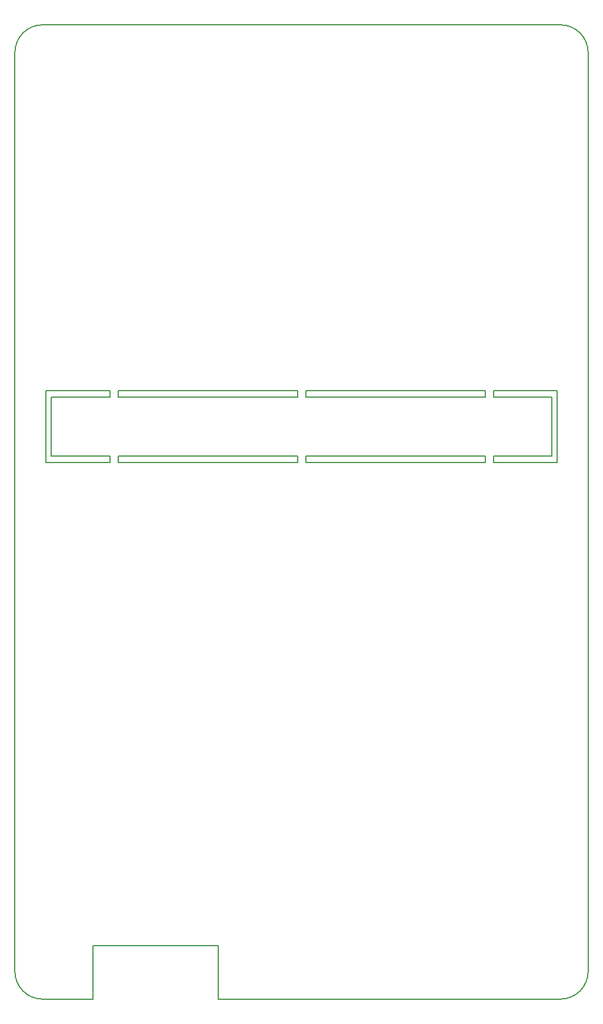
<source format=gbr>
G04 #@! TF.GenerationSoftware,KiCad,Pcbnew,6.0.11-2627ca5db0~126~ubuntu22.04.1*
G04 #@! TF.CreationDate,2025-05-27T11:10:10+02:00*
G04 #@! TF.ProjectId,qPocketPCR_Main,71506f63-6b65-4745-9043-525f4d61696e,rev?*
G04 #@! TF.SameCoordinates,Original*
G04 #@! TF.FileFunction,Profile,NP*
%FSLAX46Y46*%
G04 Gerber Fmt 4.6, Leading zero omitted, Abs format (unit mm)*
G04 Created by KiCad (PCBNEW 6.0.11-2627ca5db0~126~ubuntu22.04.1) date 2025-05-27 11:10:10*
%MOMM*%
%LPD*%
G01*
G04 APERTURE LIST*
G04 #@! TA.AperFunction,Profile*
%ADD10C,0.150000*%
G04 #@! TD*
G04 #@! TA.AperFunction,Profile*
%ADD11C,0.150001*%
G04 #@! TD*
G04 APERTURE END LIST*
D10*
X70000000Y-162300000D02*
X88000000Y-162300000D01*
D11*
X72411984Y-82548251D02*
X63173309Y-82548251D01*
X72411984Y-83448251D02*
X63973309Y-83448074D01*
D10*
X72411984Y-91948075D02*
X72411984Y-92848075D01*
X73611984Y-82548251D02*
X73611984Y-83448074D01*
X126411984Y-82548251D02*
X126411984Y-83448074D01*
X73611984Y-91948075D02*
X73611984Y-92848075D01*
X126411984Y-91948075D02*
X126411984Y-92848075D01*
X127611984Y-91948075D02*
X127611984Y-92848075D01*
X127611984Y-82548251D02*
X127611984Y-83448074D01*
X135998276Y-91948075D02*
X135998276Y-83448074D01*
X136798276Y-82548251D02*
X136798276Y-92848075D01*
X73611984Y-83448074D02*
X99411984Y-83448074D01*
X88000000Y-162300000D02*
X88000000Y-169981846D01*
X141241405Y-33963397D02*
X141241405Y-165994786D01*
X58741177Y-165994786D02*
G75*
G03*
X62728467Y-169982023I3987323J86D01*
G01*
D11*
X70000000Y-169981846D02*
X62728467Y-169981669D01*
D10*
X100611984Y-82548251D02*
X100611984Y-83448074D01*
X100611984Y-91948075D02*
X100611984Y-92848075D01*
X100611984Y-91948075D02*
X126411984Y-91948075D01*
X99411984Y-91948075D02*
X99411984Y-92848075D01*
D11*
X63173309Y-82548251D02*
X63173309Y-92848075D01*
D10*
X72411984Y-82548251D02*
X72411984Y-83448074D01*
X62728467Y-29976507D02*
G75*
G03*
X58741407Y-33963574I-7J-3987053D01*
G01*
X73611984Y-92848075D02*
X99411984Y-92848075D01*
D11*
X63973309Y-83448074D02*
X63973309Y-91948075D01*
D10*
X127611984Y-83448074D02*
X135998276Y-83448074D01*
X127611984Y-82548251D02*
X136798276Y-82548251D01*
X63973309Y-91948075D02*
X72411984Y-91948075D01*
X70000000Y-169981846D02*
X70000000Y-162300000D01*
X100611984Y-82548251D02*
X126411984Y-82548251D01*
D11*
X137254168Y-29976514D02*
X62728467Y-29976514D01*
D10*
X141241340Y-33963397D02*
G75*
G03*
X137254168Y-29976160I-3987140J97D01*
G01*
X88000000Y-169981846D02*
X137254168Y-169981846D01*
X127611984Y-91948075D02*
X135998276Y-91948075D01*
X73611984Y-82548251D02*
X99411984Y-82548251D01*
X73611984Y-91948075D02*
X99411984Y-91948075D01*
X100611984Y-83448074D02*
X126411984Y-83448074D01*
X63173309Y-92848075D02*
X72411984Y-92848075D01*
X137254168Y-169981828D02*
G75*
G03*
X141241228Y-165994786I32J3987028D01*
G01*
X127611984Y-92848075D02*
X136798276Y-92848075D01*
X100611984Y-92848075D02*
X126411984Y-92848075D01*
X99411984Y-82548251D02*
X99411984Y-83448074D01*
D11*
X58741407Y-33963574D02*
X58741230Y-165994786D01*
M02*

</source>
